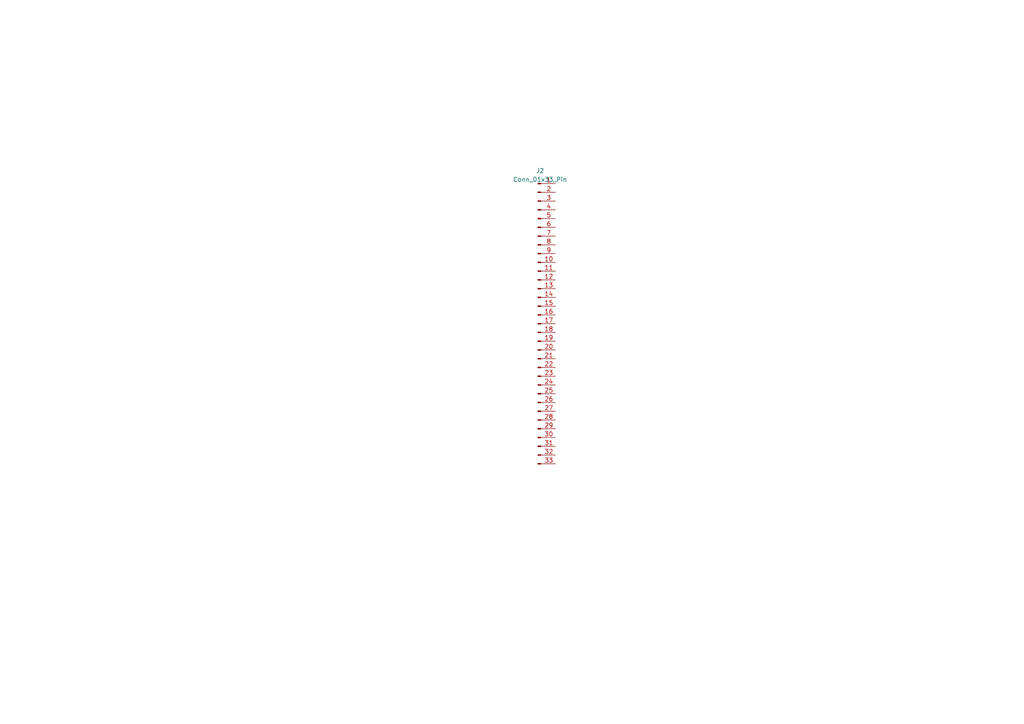
<source format=kicad_sch>
(kicad_sch (version 20230121) (generator eeschema)
  (paper "A4")
  (lib_symbols
    (symbol "Connector:Conn_01x33_Pin" (pin_names (offset 1.016) hide)
      (property "Reference" "J" (at 0 43.18 0))
      (property "Value" "Conn_01x33_Pin" (at 0 -43.18 0))
      (symbol "Conn_01x33_Pin_1_1"
        (polyline (pts (xy 1.27 -40.64) (xy 0.8636 -40.64)) (stroke (width 0.1524)))
        (polyline (pts (xy 1.27 -38.1) (xy 0.8636 -38.1)) (stroke (width 0.1524)))
        (polyline (pts (xy 1.27 -35.56) (xy 0.8636 -35.56)) (stroke (width 0.1524)))
        (polyline (pts (xy 1.27 -33.02) (xy 0.8636 -33.02)) (stroke (width 0.1524)))
        (polyline (pts (xy 1.27 -30.48) (xy 0.8636 -30.48)) (stroke (width 0.1524)))
        (polyline (pts (xy 1.27 -27.94) (xy 0.8636 -27.94)) (stroke (width 0.1524)))
        (polyline (pts (xy 1.27 -25.4) (xy 0.8636 -25.4)) (stroke (width 0.1524)))
        (polyline (pts (xy 1.27 -22.86) (xy 0.8636 -22.86)) (stroke (width 0.1524)))
        (polyline (pts (xy 1.27 -20.32) (xy 0.8636 -20.32)) (stroke (width 0.1524)))
        (polyline (pts (xy 1.27 -17.78) (xy 0.8636 -17.78)) (stroke (width 0.1524)))
        (polyline (pts (xy 1.27 -15.24) (xy 0.8636 -15.24)) (stroke (width 0.1524)))
        (polyline (pts (xy 1.27 -12.7) (xy 0.8636 -12.7)) (stroke (width 0.1524)))
        (polyline (pts (xy 1.27 -10.16) (xy 0.8636 -10.16)) (stroke (width 0.1524)))
        (polyline (pts (xy 1.27 -7.62) (xy 0.8636 -7.62)) (stroke (width 0.1524)))
        (polyline (pts (xy 1.27 -5.08) (xy 0.8636 -5.08)) (stroke (width 0.1524)))
        (polyline (pts (xy 1.27 -2.54) (xy 0.8636 -2.54)) (stroke (width 0.1524)))
        (polyline (pts (xy 1.27 0) (xy 0.8636 0)) (stroke (width 0.1524)))
        (polyline (pts (xy 1.27 2.54) (xy 0.8636 2.54)) (stroke (width 0.1524)))
        (polyline (pts (xy 1.27 5.08) (xy 0.8636 5.08)) (stroke (width 0.1524)))
        (polyline (pts (xy 1.27 7.62) (xy 0.8636 7.62)) (stroke (width 0.1524)))
        (polyline (pts (xy 1.27 10.16) (xy 0.8636 10.16)) (stroke (width 0.1524)))
        (polyline (pts (xy 1.27 12.7) (xy 0.8636 12.7)) (stroke (width 0.1524)))
        (polyline (pts (xy 1.27 15.24) (xy 0.8636 15.24)) (stroke (width 0.1524)))
        (polyline (pts (xy 1.27 17.78) (xy 0.8636 17.78)) (stroke (width 0.1524)))
        (polyline (pts (xy 1.27 20.32) (xy 0.8636 20.32)) (stroke (width 0.1524)))
        (polyline (pts (xy 1.27 22.86) (xy 0.8636 22.86)) (stroke (width 0.1524)))
        (polyline (pts (xy 1.27 25.4) (xy 0.8636 25.4)) (stroke (width 0.1524)))
        (polyline (pts (xy 1.27 27.94) (xy 0.8636 27.94)) (stroke (width 0.1524)))
        (polyline (pts (xy 1.27 30.48) (xy 0.8636 30.48)) (stroke (width 0.1524)))
        (polyline (pts (xy 1.27 33.02) (xy 0.8636 33.02)) (stroke (width 0.1524)))
        (polyline (pts (xy 1.27 35.56) (xy 0.8636 35.56)) (stroke (width 0.1524)))
        (polyline (pts (xy 1.27 38.1) (xy 0.8636 38.1)) (stroke (width 0.1524)))
        (polyline (pts (xy 1.27 40.64) (xy 0.8636 40.64)) (stroke (width 0.1524)))
        (rectangle (start 0.8636 -40.513) (end 0 -40.767) (stroke (width 0.1524)) (fill (type outline)))
        (rectangle (start 0.8636 -37.973) (end 0 -38.227) (stroke (width 0.1524)) (fill (type outline)))
        (rectangle (start 0.8636 -35.433) (end 0 -35.687) (stroke (width 0.1524)) (fill (type outline)))
        (rectangle (start 0.8636 -32.893) (end 0 -33.147) (stroke (width 0.1524)) (fill (type outline)))
        (rectangle (start 0.8636 -30.353) (end 0 -30.607) (stroke (width 0.1524)) (fill (type outline)))
        (rectangle (start 0.8636 -27.813) (end 0 -28.067) (stroke (width 0.1524)) (fill (type outline)))
        (rectangle (start 0.8636 -25.273) (end 0 -25.527) (stroke (width 0.1524)) (fill (type outline)))
        (rectangle (start 0.8636 -22.733) (end 0 -22.987) (stroke (width 0.1524)) (fill (type outline)))
        (rectangle (start 0.8636 -20.193) (end 0 -20.447) (stroke (width 0.1524)) (fill (type outline)))
        (rectangle (start 0.8636 -17.653) (end 0 -17.907) (stroke (width 0.1524)) (fill (type outline)))
        (rectangle (start 0.8636 -15.113) (end 0 -15.367) (stroke (width 0.1524)) (fill (type outline)))
        (rectangle (start 0.8636 -12.573) (end 0 -12.827) (stroke (width 0.1524)) (fill (type outline)))
        (rectangle (start 0.8636 -10.033) (end 0 -10.287) (stroke (width 0.1524)) (fill (type outline)))
        (rectangle (start 0.8636 -7.493) (end 0 -7.747) (stroke (width 0.1524)) (fill (type outline)))
        (rectangle (start 0.8636 -4.953) (end 0 -5.207) (stroke (width 0.1524)) (fill (type outline)))
        (rectangle (start 0.8636 -2.413) (end 0 -2.667) (stroke (width 0.1524)) (fill (type outline)))
        (rectangle (start 0.8636 0.127) (end 0 -0.127) (stroke (width 0.1524)) (fill (type outline)))
        (rectangle (start 0.8636 2.667) (end 0 2.413) (stroke (width 0.1524)) (fill (type outline)))
        (rectangle (start 0.8636 5.207) (end 0 4.953) (stroke (width 0.1524)) (fill (type outline)))
        (rectangle (start 0.8636 7.747) (end 0 7.493) (stroke (width 0.1524)) (fill (type outline)))
        (rectangle (start 0.8636 10.287) (end 0 10.033) (stroke (width 0.1524)) (fill (type outline)))
        (rectangle (start 0.8636 12.827) (end 0 12.573) (stroke (width 0.1524)) (fill (type outline)))
        (rectangle (start 0.8636 15.367) (end 0 15.113) (stroke (width 0.1524)) (fill (type outline)))
        (rectangle (start 0.8636 17.907) (end 0 17.653) (stroke (width 0.1524)) (fill (type outline)))
        (rectangle (start 0.8636 20.447) (end 0 20.193) (stroke (width 0.1524)) (fill (type outline)))
        (rectangle (start 0.8636 22.987) (end 0 22.733) (stroke (width 0.1524)) (fill (type outline)))
        (rectangle (start 0.8636 25.527) (end 0 25.273) (stroke (width 0.1524)) (fill (type outline)))
        (rectangle (start 0.8636 28.067) (end 0 27.813) (stroke (width 0.1524)) (fill (type outline)))
        (rectangle (start 0.8636 30.607) (end 0 30.353) (stroke (width 0.1524)) (fill (type outline)))
        (rectangle (start 0.8636 33.147) (end 0 32.893) (stroke (width 0.1524)) (fill (type outline)))
        (rectangle (start 0.8636 35.687) (end 0 35.433) (stroke (width 0.1524)) (fill (type outline)))
        (rectangle (start 0.8636 38.227) (end 0 37.973) (stroke (width 0.1524)) (fill (type outline)))
        (rectangle (start 0.8636 40.767) (end 0 40.513) (stroke (width 0.1524)) (fill (type outline)))
        (pin passive line (at 5.08 40.64 180) (length 3.81) (name "Pin_1") (number "1"))
        (pin passive line (at 5.08 17.78 180) (length 3.81) (name "Pin_10") (number "10"))
        (pin passive line (at 5.08 15.24 180) (length 3.81) (name "Pin_11") (number "11"))
        (pin passive line (at 5.08 12.7 180) (length 3.81) (name "Pin_12") (number "12"))
        (pin passive line (at 5.08 10.16 180) (length 3.81) (name "Pin_13") (number "13"))
        (pin passive line (at 5.08 7.62 180) (length 3.81) (name "Pin_14") (number "14"))
        (pin passive line (at 5.08 5.08 180) (length 3.81) (name "Pin_15") (number "15"))
        (pin passive line (at 5.08 2.54 180) (length 3.81) (name "Pin_16") (number "16"))
        (pin passive line (at 5.08 0 180) (length 3.81) (name "Pin_17") (number "17"))
        (pin passive line (at 5.08 -2.54 180) (length 3.81) (name "Pin_18") (number "18"))
        (pin passive line (at 5.08 -5.08 180) (length 3.81) (name "Pin_19") (number "19"))
        (pin passive line (at 5.08 38.1 180) (length 3.81) (name "Pin_2") (number "2"))
        (pin passive line (at 5.08 -7.62 180) (length 3.81) (name "Pin_20") (number "20"))
        (pin passive line (at 5.08 -10.16 180) (length 3.81) (name "Pin_21") (number "21"))
        (pin passive line (at 5.08 -12.7 180) (length 3.81) (name "Pin_22") (number "22"))
        (pin passive line (at 5.08 -15.24 180) (length 3.81) (name "Pin_23") (number "23"))
        (pin passive line (at 5.08 -17.78 180) (length 3.81) (name "Pin_24") (number "24"))
        (pin passive line (at 5.08 -20.32 180) (length 3.81) (name "Pin_25") (number "25"))
        (pin passive line (at 5.08 -22.86 180) (length 3.81) (name "Pin_26") (number "26"))
        (pin passive line (at 5.08 -25.4 180) (length 3.81) (name "Pin_27") (number "27"))
        (pin passive line (at 5.08 -27.94 180) (length 3.81) (name "Pin_28") (number "28"))
        (pin passive line (at 5.08 -30.48 180) (length 3.81) (name "Pin_29") (number "29"))
        (pin passive line (at 5.08 35.56 180) (length 3.81) (name "Pin_3") (number "3"))
        (pin passive line (at 5.08 -33.02 180) (length 3.81) (name "Pin_30") (number "30"))
        (pin passive line (at 5.08 -35.56 180) (length 3.81) (name "Pin_31") (number "31"))
        (pin passive line (at 5.08 -38.1 180) (length 3.81) (name "Pin_32") (number "32"))
        (pin passive line (at 5.08 -40.64 180) (length 3.81) (name "Pin_33") (number "33"))
        (pin passive line (at 5.08 33.02 180) (length 3.81) (name "Pin_4") (number "4"))
        (pin passive line (at 5.08 30.48 180) (length 3.81) (name "Pin_5") (number "5"))
        (pin passive line (at 5.08 27.94 180) (length 3.81) (name "Pin_6") (number "6"))
        (pin passive line (at 5.08 25.4 180) (length 3.81) (name "Pin_7") (number "7"))
        (pin passive line (at 5.08 22.86 180) (length 3.81) (name "Pin_8") (number "8"))
        (pin passive line (at 5.08 20.32 180) (length 3.81) (name "Pin_9") (number "9"))
      )
    )
  )
  (symbol (lib_id "Connector:Conn_01x33_Pin") (at 156.0068 93.8784 0) (unit 1)
    (property "Reference" "J2" (at 156.6418 49.53 0))
    (property "Value" "Conn_01x33_Pin" (at 156.6418 52.07 0))
  )
)
</source>
